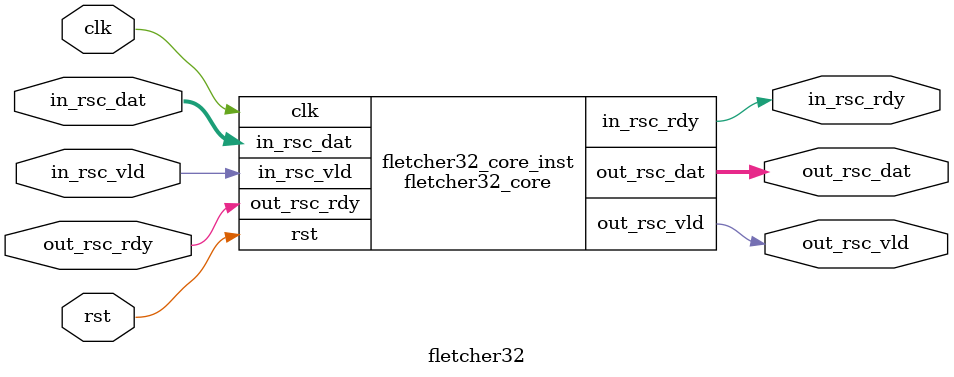
<source format=v>



module ccs_in_wait_v1 (idat, rdy, ivld, dat, irdy, vld);

  parameter integer rscid = 1;
  parameter integer width = 8;

  output [width-1:0] idat;
  output             rdy;
  output             ivld;
  input  [width-1:0] dat;
  input              irdy;
  input              vld;

  wire   [width-1:0] idat;
  wire               rdy;
  wire               ivld;

  localparam stallOff = 0; 
  wire                  stall_ctrl;
  assign stall_ctrl = stallOff;

  assign idat = dat;
  assign rdy = irdy && !stall_ctrl;
  assign ivld = vld && !stall_ctrl;

endmodule


//------> /opt/MentorGraphics/catapult/pkgs/siflibs/ccs_out_wait_v1.v 
//------------------------------------------------------------------------------
// Catapult Synthesis - Sample I/O Port Library
//
// Copyright (c) 2003-2017 Mentor Graphics Corp.
//       All Rights Reserved
//
// This document may be used and distributed without restriction provided that
// this copyright statement is not removed from the file and that any derivative
// work contains this copyright notice.
//
// The design information contained in this file is intended to be an example
// of the functionality which the end user may study in preparation for creating
// their own custom interfaces. This design does not necessarily present a 
// complete implementation of the named protocol or standard.
//
//------------------------------------------------------------------------------


module ccs_out_wait_v1 (dat, irdy, vld, idat, rdy, ivld);

  parameter integer rscid = 1;
  parameter integer width = 8;

  output [width-1:0] dat;
  output             irdy;
  output             vld;
  input  [width-1:0] idat;
  input              rdy;
  input              ivld;

  wire   [width-1:0] dat;
  wire               irdy;
  wire               vld;

  localparam stallOff = 0; 
  wire stall_ctrl;
  assign stall_ctrl = stallOff;

  assign dat = idat;
  assign irdy = rdy && !stall_ctrl;
  assign vld = ivld && !stall_ctrl;

endmodule



//------> ./rtl.v 
// ----------------------------------------------------------------------
//  HLS HDL:        Verilog Netlister
//  HLS Version:    2021.1/950854 Production Release
//  HLS Date:       Mon Aug  2 21:36:02 PDT 2021
// 
//  Generated by:   afp65@en-ec-ecelinux-14.coecis.cornell.edu
//  Generated date: Tue May 17 17:50:47 2022
// ----------------------------------------------------------------------

// 
// ------------------------------------------------------------------
//  Design Unit:    fletcher32_core_core_fsm
//  FSM Module
// ------------------------------------------------------------------


module fletcher32_core_core_fsm (
  clk, rst, core_wen, fsm_output
);
  input clk;
  input rst;
  input core_wen;
  output [11:0] fsm_output;
  reg [11:0] fsm_output;


  // FSM State Type Declaration for fletcher32_core_core_fsm_1
  parameter
    core_rlp_C_0 = 4'd0,
    main_C_0 = 4'd1,
    main_C_1 = 4'd2,
    main_C_2 = 4'd3,
    main_C_3 = 4'd4,
    main_C_4 = 4'd5,
    main_C_5 = 4'd6,
    main_C_6 = 4'd7,
    main_C_7 = 4'd8,
    main_C_8 = 4'd9,
    main_C_9 = 4'd10,
    main_C_10 = 4'd11;

  reg [3:0] state_var;
  reg [3:0] state_var_NS;


  // Interconnect Declarations for Component Instantiations 
  always @(*)
  begin : fletcher32_core_core_fsm_1
    case (state_var)
      main_C_0 : begin
        fsm_output = 12'b000000000010;
        state_var_NS = main_C_1;
      end
      main_C_1 : begin
        fsm_output = 12'b000000000100;
        state_var_NS = main_C_2;
      end
      main_C_2 : begin
        fsm_output = 12'b000000001000;
        state_var_NS = main_C_3;
      end
      main_C_3 : begin
        fsm_output = 12'b000000010000;
        state_var_NS = main_C_4;
      end
      main_C_4 : begin
        fsm_output = 12'b000000100000;
        state_var_NS = main_C_5;
      end
      main_C_5 : begin
        fsm_output = 12'b000001000000;
        state_var_NS = main_C_6;
      end
      main_C_6 : begin
        fsm_output = 12'b000010000000;
        state_var_NS = main_C_7;
      end
      main_C_7 : begin
        fsm_output = 12'b000100000000;
        state_var_NS = main_C_8;
      end
      main_C_8 : begin
        fsm_output = 12'b001000000000;
        state_var_NS = main_C_9;
      end
      main_C_9 : begin
        fsm_output = 12'b010000000000;
        state_var_NS = main_C_10;
      end
      main_C_10 : begin
        fsm_output = 12'b100000000000;
        state_var_NS = main_C_0;
      end
      // core_rlp_C_0
      default : begin
        fsm_output = 12'b000000000001;
        state_var_NS = main_C_0;
      end
    endcase
  end

  always @(posedge clk) begin
    if ( rst ) begin
      state_var <= core_rlp_C_0;
    end
    else if ( core_wen ) begin
      state_var <= state_var_NS;
    end
  end

endmodule

// ------------------------------------------------------------------
//  Design Unit:    fletcher32_core_staller
// ------------------------------------------------------------------


module fletcher32_core_staller (
  core_wen, in_rsci_wen_comp, out_rsci_wen_comp
);
  output core_wen;
  input in_rsci_wen_comp;
  input out_rsci_wen_comp;



  // Interconnect Declarations for Component Instantiations 
  assign core_wen = in_rsci_wen_comp & out_rsci_wen_comp;
endmodule

// ------------------------------------------------------------------
//  Design Unit:    fletcher32_core_out_rsci_out_wait_ctrl
// ------------------------------------------------------------------


module fletcher32_core_out_rsci_out_wait_ctrl (
  out_rsci_iswt0, out_rsci_biwt, out_rsci_irdy
);
  input out_rsci_iswt0;
  output out_rsci_biwt;
  input out_rsci_irdy;



  // Interconnect Declarations for Component Instantiations 
  assign out_rsci_biwt = out_rsci_iswt0 & out_rsci_irdy;
endmodule

// ------------------------------------------------------------------
//  Design Unit:    fletcher32_core_in_rsci_in_wait_ctrl
// ------------------------------------------------------------------


module fletcher32_core_in_rsci_in_wait_ctrl (
  in_rsci_iswt0, in_rsci_biwt, in_rsci_ivld
);
  input in_rsci_iswt0;
  output in_rsci_biwt;
  input in_rsci_ivld;



  // Interconnect Declarations for Component Instantiations 
  assign in_rsci_biwt = in_rsci_iswt0 & in_rsci_ivld;
endmodule

// ------------------------------------------------------------------
//  Design Unit:    fletcher32_core_out_rsci
// ------------------------------------------------------------------


module fletcher32_core_out_rsci (
  out_rsc_dat, out_rsc_vld, out_rsc_rdy, out_rsci_oswt, out_rsci_wen_comp, out_rsci_idat
);
  output [31:0] out_rsc_dat;
  output out_rsc_vld;
  input out_rsc_rdy;
  input out_rsci_oswt;
  output out_rsci_wen_comp;
  input [31:0] out_rsci_idat;


  // Interconnect Declarations
  wire out_rsci_biwt;
  wire out_rsci_irdy;


  // Interconnect Declarations for Component Instantiations 
  ccs_out_wait_v1 #(.rscid(32'sd2),
  .width(32'sd32)) out_rsci (
      .irdy(out_rsci_irdy),
      .ivld(out_rsci_oswt),
      .idat(out_rsci_idat),
      .rdy(out_rsc_rdy),
      .vld(out_rsc_vld),
      .dat(out_rsc_dat)
    );
  fletcher32_core_out_rsci_out_wait_ctrl fletcher32_core_out_rsci_out_wait_ctrl_inst
      (
      .out_rsci_iswt0(out_rsci_oswt),
      .out_rsci_biwt(out_rsci_biwt),
      .out_rsci_irdy(out_rsci_irdy)
    );
  assign out_rsci_wen_comp = (~ out_rsci_oswt) | out_rsci_biwt;
endmodule

// ------------------------------------------------------------------
//  Design Unit:    fletcher32_core_in_rsci
// ------------------------------------------------------------------


module fletcher32_core_in_rsci (
  in_rsc_dat, in_rsc_vld, in_rsc_rdy, in_rsci_oswt, in_rsci_wen_comp, in_rsci_idat_mxwt
);
  input [15:0] in_rsc_dat;
  input in_rsc_vld;
  output in_rsc_rdy;
  input in_rsci_oswt;
  output in_rsci_wen_comp;
  output [15:0] in_rsci_idat_mxwt;


  // Interconnect Declarations
  wire in_rsci_biwt;
  wire in_rsci_ivld;
  wire [15:0] in_rsci_idat;


  // Interconnect Declarations for Component Instantiations 
  ccs_in_wait_v1 #(.rscid(32'sd1),
  .width(32'sd16)) in_rsci (
      .rdy(in_rsc_rdy),
      .vld(in_rsc_vld),
      .dat(in_rsc_dat),
      .irdy(in_rsci_oswt),
      .ivld(in_rsci_ivld),
      .idat(in_rsci_idat)
    );
  fletcher32_core_in_rsci_in_wait_ctrl fletcher32_core_in_rsci_in_wait_ctrl_inst
      (
      .in_rsci_iswt0(in_rsci_oswt),
      .in_rsci_biwt(in_rsci_biwt),
      .in_rsci_ivld(in_rsci_ivld)
    );
  assign in_rsci_idat_mxwt = in_rsci_idat;
  assign in_rsci_wen_comp = (~ in_rsci_oswt) | in_rsci_biwt;
endmodule

// ------------------------------------------------------------------
//  Design Unit:    fletcher32_core
// ------------------------------------------------------------------


module fletcher32_core (
  clk, rst, in_rsc_dat, in_rsc_vld, in_rsc_rdy, out_rsc_dat, out_rsc_vld, out_rsc_rdy
);
  input clk;
  input rst;
  input [15:0] in_rsc_dat;
  input in_rsc_vld;
  output in_rsc_rdy;
  output [31:0] out_rsc_dat;
  output out_rsc_vld;
  input out_rsc_rdy;


  // Interconnect Declarations
  wire core_wen;
  wire in_rsci_wen_comp;
  wire [15:0] in_rsci_idat_mxwt;
  wire out_rsci_wen_comp;
  reg [15:0] out_rsci_idat_31_16;
  reg [15:0] out_rsci_idat_15_0;
  wire [11:0] fsm_output;
  wire or_dcpl_3;
  reg for_2_or_itm;
  reg [17:0] for_acc_1_psp_3_sva;
  wire and_42_cse;
  reg reg_out_rsci_iswt0_cse;
  reg reg_in_rsci_iswt0_cse;
  wire [15:0] z_out;
  wire [16:0] nl_z_out;
  reg [15:0] for_acc_7_itm;
  reg [15:0] for_acc_4_itm;
  reg [15:0] for_acc_8_itm;
  wire [15:0] for_acc_5_itm_mx0w1;
  wire [16:0] nl_for_acc_5_itm_mx0w1;
  wire [16:0] for_2_acc_1_psp_sva_1;
  wire [17:0] nl_for_2_acc_1_psp_sva_1;
  wire for_4_or_mx0w3;
  wire [17:0] for_acc_1_psp_3_sva_mx0w1;
  wire [18:0] nl_for_acc_1_psp_3_sva_mx0w1;
  wire [17:0] for_acc_1_psp_4_sva_mx0w2;
  wire [18:0] nl_for_acc_1_psp_4_sva_mx0w2;
  wire for_acc_1_psp_3_sva_mx0c2;

  wire for_8_xor_nl;
  wire[15:0] for_acc_8_nl;
  wire[16:0] nl_for_acc_8_nl;
  wire[15:0] for_acc_4_nl;
  wire[16:0] nl_for_acc_4_nl;
  wire for_2_or_nl;
  wire for_3_xor_nl;
  wire for_4_xor_nl;
  wire for_8_and_1_nl;
  wire or_24_nl;
  wire for_2_xor_nl;
  wire[15:0] for_mux_2_nl;

  // Interconnect Declarations for Component Instantiations 
  wire [31:0] nl_fletcher32_core_out_rsci_inst_out_rsci_idat;
  assign nl_fletcher32_core_out_rsci_inst_out_rsci_idat = {out_rsci_idat_31_16 ,
      out_rsci_idat_15_0};
  fletcher32_core_in_rsci fletcher32_core_in_rsci_inst (
      .in_rsc_dat(in_rsc_dat),
      .in_rsc_vld(in_rsc_vld),
      .in_rsc_rdy(in_rsc_rdy),
      .in_rsci_oswt(reg_in_rsci_iswt0_cse),
      .in_rsci_wen_comp(in_rsci_wen_comp),
      .in_rsci_idat_mxwt(in_rsci_idat_mxwt)
    );
  fletcher32_core_out_rsci fletcher32_core_out_rsci_inst (
      .out_rsc_dat(out_rsc_dat),
      .out_rsc_vld(out_rsc_vld),
      .out_rsc_rdy(out_rsc_rdy),
      .out_rsci_oswt(reg_out_rsci_iswt0_cse),
      .out_rsci_wen_comp(out_rsci_wen_comp),
      .out_rsci_idat(nl_fletcher32_core_out_rsci_inst_out_rsci_idat[31:0])
    );
  fletcher32_core_staller fletcher32_core_staller_inst (
      .core_wen(core_wen),
      .in_rsci_wen_comp(in_rsci_wen_comp),
      .out_rsci_wen_comp(out_rsci_wen_comp)
    );
  fletcher32_core_core_fsm fletcher32_core_core_fsm_inst (
      .clk(clk),
      .rst(rst),
      .core_wen(core_wen),
      .fsm_output(fsm_output)
    );
  assign and_42_cse = core_wen & (fsm_output[10]);
  assign nl_for_acc_5_itm_mx0w1 = (for_acc_1_psp_4_sva_mx0w2[15:0]) + (for_acc_1_psp_3_sva[15:0]);
  assign for_acc_5_itm_mx0w1 = nl_for_acc_5_itm_mx0w1[15:0];
  assign nl_for_2_acc_1_psp_sva_1 = ({(for_acc_8_itm[15]) , for_acc_8_itm}) + conv_s2s_16_17(in_rsci_idat_mxwt);
  assign for_2_acc_1_psp_sva_1 = nl_for_2_acc_1_psp_sva_1[16:0];
  assign for_4_or_mx0w3 = (for_acc_1_psp_4_sva_mx0w2[14:0]!=15'b000000000000000);
  assign for_2_xor_nl = (for_acc_1_psp_3_sva[15]) ^ ((for_acc_1_psp_3_sva[16:15]==2'b01))
      ^ ((for_acc_1_psp_3_sva[16:15]==2'b10) & for_2_or_itm);
  assign nl_for_acc_1_psp_3_sva_mx0w1 = conv_s2s_17_18({for_2_xor_nl , (for_acc_1_psp_3_sva[15:0])})
      + conv_s2s_16_18(in_rsci_idat_mxwt);
  assign for_acc_1_psp_3_sva_mx0w1 = nl_for_acc_1_psp_3_sva_mx0w1[17:0];
  assign nl_for_acc_1_psp_4_sva_mx0w2 = conv_s2s_17_18({for_2_or_itm , (for_acc_1_psp_3_sva[15:0])})
      + conv_s2s_16_18(in_rsci_idat_mxwt);
  assign for_acc_1_psp_4_sva_mx0w2 = nl_for_acc_1_psp_4_sva_mx0w2[17:0];
  assign or_dcpl_3 = (fsm_output[7]) | (fsm_output[4]);
  assign for_acc_1_psp_3_sva_mx0c2 = or_dcpl_3 | (fsm_output[6]) | (fsm_output[8])
      | (fsm_output[5]);
  always @(posedge clk) begin
    if ( rst ) begin
      out_rsci_idat_15_0 <= 16'b0000000000000000;
      out_rsci_idat_31_16 <= 16'b0000000000000000;
    end
    else if ( and_42_cse ) begin
      out_rsci_idat_15_0 <= for_acc_1_psp_3_sva[15:0];
      out_rsci_idat_31_16 <= MUX_v_16_2_2(z_out, 16'b1111111111111111, for_8_xor_nl);
    end
  end
  always @(posedge clk) begin
    if ( rst ) begin
      reg_out_rsci_iswt0_cse <= 1'b0;
      reg_in_rsci_iswt0_cse <= 1'b0;
      for_2_or_itm <= 1'b0;
      for_acc_7_itm <= 16'b0000000000000000;
    end
    else if ( core_wen ) begin
      reg_out_rsci_iswt0_cse <= fsm_output[10];
      reg_in_rsci_iswt0_cse <= ~((fsm_output[10:8]!=3'b000));
      for_2_or_itm <= MUX1HOT_s_1_5_2(for_2_or_nl, for_3_xor_nl, for_4_xor_nl, for_4_or_mx0w3,
          for_8_and_1_nl, {(fsm_output[2]) , (fsm_output[3]) , or_24_nl , (fsm_output[8])
          , (fsm_output[9])});
      for_acc_7_itm <= MUX_v_16_2_2(for_acc_5_itm_mx0w1, z_out, fsm_output[9]);
    end
  end
  always @(posedge clk) begin
    if ( rst ) begin
      for_acc_8_itm <= 16'b0000000000000000;
    end
    else if ( core_wen & ((fsm_output[1]) | (fsm_output[5])) ) begin
      for_acc_8_itm <= MUX_v_16_2_2(in_rsci_idat_mxwt, for_acc_8_nl, fsm_output[5]);
    end
  end
  always @(posedge clk) begin
    if ( rst ) begin
      for_acc_4_itm <= 16'b0000000000000000;
    end
    else if ( core_wen & ((fsm_output[6]) | (fsm_output[2])) ) begin
      for_acc_4_itm <= MUX_v_16_2_2(for_acc_4_nl, for_acc_5_itm_mx0w1, fsm_output[6]);
    end
  end
  always @(posedge clk) begin
    if ( rst ) begin
      for_acc_1_psp_3_sva <= 18'b000000000000000000;
    end
    else if ( core_wen & ((fsm_output[3:2]!=2'b00) | for_acc_1_psp_3_sva_mx0c2) )
        begin
      for_acc_1_psp_3_sva <= MUX1HOT_v_18_3_2(({1'b0 , for_2_acc_1_psp_sva_1}), for_acc_1_psp_3_sva_mx0w1,
          for_acc_1_psp_4_sva_mx0w2, {(fsm_output[2]) , (fsm_output[3]) , for_acc_1_psp_3_sva_mx0c2});
    end
  end
  assign for_8_xor_nl = (for_acc_1_psp_3_sva[15]) ^ ((for_acc_1_psp_3_sva[15]) &
      (~ (for_acc_1_psp_3_sva[17]))) ^ for_2_or_itm;
  assign for_2_or_nl = (for_2_acc_1_psp_sva_1[14:0]!=15'b000000000000000);
  assign for_3_xor_nl = (for_acc_1_psp_3_sva_mx0w1[15]) ^ ((for_acc_1_psp_3_sva_mx0w1[15])
      & (~ (for_acc_1_psp_3_sva_mx0w1[17]))) ^ ((for_acc_1_psp_3_sva_mx0w1[17]) &
      (~ (for_acc_1_psp_3_sva_mx0w1[15])) & ((for_acc_1_psp_3_sva_mx0w1[14:0]!=15'b000000000000000)));
  assign for_4_xor_nl = (for_acc_1_psp_4_sva_mx0w2[15]) ^ ((for_acc_1_psp_4_sva_mx0w2[15])
      & (~ (for_acc_1_psp_4_sva_mx0w2[17]))) ^ ((for_acc_1_psp_4_sva_mx0w2[17]) &
      (~ (for_acc_1_psp_4_sva_mx0w2[15])) & for_4_or_mx0w3);
  assign for_8_and_1_nl = (for_acc_1_psp_3_sva[17]) & (~ (for_acc_1_psp_3_sva[15]))
      & for_2_or_itm;
  assign or_24_nl = or_dcpl_3 | (fsm_output[6:5]!=2'b00);
  assign nl_for_acc_8_nl = for_acc_7_itm + for_acc_4_itm;
  assign for_acc_8_nl = nl_for_acc_8_nl[15:0];
  assign nl_for_acc_4_nl = (for_2_acc_1_psp_sva_1[15:0]) + for_acc_8_itm;
  assign for_acc_4_nl = nl_for_acc_4_nl[15:0];
  assign for_mux_2_nl = MUX_v_16_2_2(for_acc_8_itm, for_acc_4_itm, fsm_output[9]);
  assign nl_z_out = for_acc_7_itm + for_mux_2_nl;
  assign z_out = nl_z_out[15:0];

  function automatic  MUX1HOT_s_1_5_2;
    input  input_4;
    input  input_3;
    input  input_2;
    input  input_1;
    input  input_0;
    input [4:0] sel;
    reg  result;
  begin
    result = input_0 & sel[0];
    result = result | (input_1 & sel[1]);
    result = result | (input_2 & sel[2]);
    result = result | (input_3 & sel[3]);
    result = result | (input_4 & sel[4]);
    MUX1HOT_s_1_5_2 = result;
  end
  endfunction


  function automatic [17:0] MUX1HOT_v_18_3_2;
    input [17:0] input_2;
    input [17:0] input_1;
    input [17:0] input_0;
    input [2:0] sel;
    reg [17:0] result;
  begin
    result = input_0 & {18{sel[0]}};
    result = result | (input_1 & {18{sel[1]}});
    result = result | (input_2 & {18{sel[2]}});
    MUX1HOT_v_18_3_2 = result;
  end
  endfunction


  function automatic [15:0] MUX_v_16_2_2;
    input [15:0] input_0;
    input [15:0] input_1;
    input  sel;
    reg [15:0] result;
  begin
    case (sel)
      1'b0 : begin
        result = input_0;
      end
      default : begin
        result = input_1;
      end
    endcase
    MUX_v_16_2_2 = result;
  end
  endfunction


  function automatic [16:0] conv_s2s_16_17 ;
    input [15:0]  vector ;
  begin
    conv_s2s_16_17 = {vector[15], vector};
  end
  endfunction


  function automatic [17:0] conv_s2s_16_18 ;
    input [15:0]  vector ;
  begin
    conv_s2s_16_18 = {{2{vector[15]}}, vector};
  end
  endfunction


  function automatic [17:0] conv_s2s_17_18 ;
    input [16:0]  vector ;
  begin
    conv_s2s_17_18 = {vector[16], vector};
  end
  endfunction

endmodule

// ------------------------------------------------------------------
//  Design Unit:    fletcher32
// ------------------------------------------------------------------


module fletcher32 (
  clk, rst, in_rsc_dat, in_rsc_vld, in_rsc_rdy, out_rsc_dat, out_rsc_vld, out_rsc_rdy
);
  input clk;
  input rst;
  input [15:0] in_rsc_dat;
  input in_rsc_vld;
  output in_rsc_rdy;
  output [31:0] out_rsc_dat;
  output out_rsc_vld;
  input out_rsc_rdy;



  // Interconnect Declarations for Component Instantiations 
  fletcher32_core fletcher32_core_inst (
      .clk(clk),
      .rst(rst),
      .in_rsc_dat(in_rsc_dat),
      .in_rsc_vld(in_rsc_vld),
      .in_rsc_rdy(in_rsc_rdy),
      .out_rsc_dat(out_rsc_dat),
      .out_rsc_vld(out_rsc_vld),
      .out_rsc_rdy(out_rsc_rdy)
    );
endmodule




</source>
